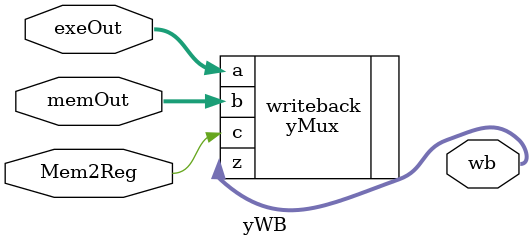
<source format=v>
module yWB (
    output [31:0] wb,      // Data to be written back to the register file
    input [31:0] exeOut,   // ALU result (potential write-back data)
    input [31:0] memOut,   // Data read from memory (potential write-back data)
    input Mem2Reg          // Control signal to select between exeOut and memOut
);

    // Instantiate a 2-to-1 multiplexer to select the write-back data
    // based on the Mem2Reg signal.
    yMux #(32) writeback (
        .z(wb),
        .a(exeOut),
        .b(memOut),
        .c(Mem2Reg)
    );
endmodule
</source>
